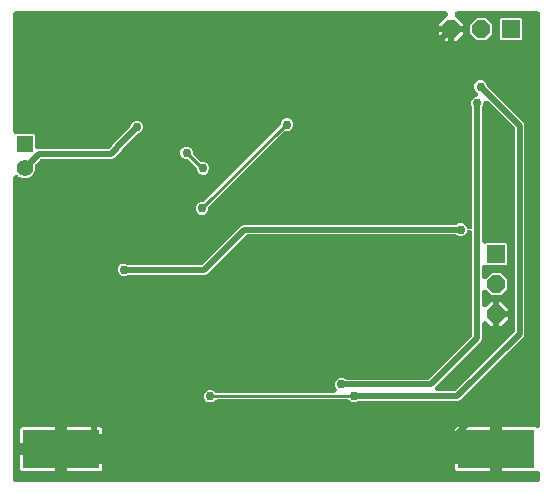
<source format=gbr>
G04 EAGLE Gerber RS-274X export*
G75*
%MOMM*%
%FSLAX34Y34*%
%LPD*%
%INBottom Copper*%
%IPPOS*%
%AMOC8*
5,1,8,0,0,1.08239X$1,22.5*%
G01*
%ADD10R,6.451600X3.251200*%
%ADD11R,1.524000X1.524000*%
%ADD12P,1.649562X8X202.500000*%
%ADD13R,1.422400X1.422400*%
%ADD14C,1.422400*%
%ADD15P,1.649562X8X292.500000*%
%ADD16C,0.756400*%
%ADD17C,0.508000*%
%ADD18C,2.540000*%
%ADD19C,0.254000*%

G36*
X453935Y10164D02*
X453935Y10164D01*
X453969Y10162D01*
X454158Y10184D01*
X454349Y10201D01*
X454382Y10210D01*
X454416Y10214D01*
X454599Y10269D01*
X454783Y10319D01*
X454814Y10334D01*
X454847Y10344D01*
X455018Y10431D01*
X455190Y10513D01*
X455218Y10533D01*
X455249Y10548D01*
X455401Y10664D01*
X455556Y10775D01*
X455580Y10800D01*
X455607Y10820D01*
X455736Y10960D01*
X455870Y11097D01*
X455889Y11126D01*
X455913Y11152D01*
X456015Y11313D01*
X456122Y11470D01*
X456136Y11502D01*
X456154Y11531D01*
X456227Y11708D01*
X456304Y11882D01*
X456312Y11916D01*
X456325Y11948D01*
X456365Y12135D01*
X456411Y12320D01*
X456413Y12354D01*
X456420Y12388D01*
X456439Y12700D01*
X456439Y17446D01*
X456437Y17469D01*
X456439Y17492D01*
X456417Y17693D01*
X456399Y17894D01*
X456393Y17917D01*
X456391Y17940D01*
X456334Y18134D01*
X456281Y18329D01*
X456271Y18350D01*
X456264Y18372D01*
X456174Y18553D01*
X456087Y18735D01*
X456074Y18754D01*
X456064Y18775D01*
X455943Y18938D01*
X455825Y19101D01*
X455809Y19118D01*
X455795Y19136D01*
X455648Y19274D01*
X455503Y19415D01*
X455483Y19428D01*
X455467Y19444D01*
X455297Y19554D01*
X455130Y19668D01*
X455108Y19677D01*
X455089Y19689D01*
X454903Y19768D01*
X454718Y19850D01*
X454695Y19855D01*
X454674Y19864D01*
X454477Y19908D01*
X454280Y19956D01*
X454257Y19958D01*
X454235Y19963D01*
X454033Y19972D01*
X453831Y19984D01*
X453808Y19981D01*
X453785Y19982D01*
X453585Y19956D01*
X453384Y19932D01*
X453361Y19925D01*
X453339Y19922D01*
X453147Y19861D01*
X452953Y19802D01*
X452932Y19791D01*
X452910Y19784D01*
X452630Y19645D01*
X452339Y19476D01*
X451693Y19303D01*
X424179Y19303D01*
X424179Y35560D01*
X424176Y35592D01*
X424178Y35622D01*
X424178Y35625D01*
X424178Y35629D01*
X424156Y35818D01*
X424139Y36008D01*
X424130Y36042D01*
X424126Y36076D01*
X424071Y36259D01*
X424021Y36443D01*
X424006Y36474D01*
X423996Y36507D01*
X423909Y36678D01*
X423827Y36849D01*
X423807Y36877D01*
X423791Y36908D01*
X423676Y37060D01*
X423565Y37215D01*
X423540Y37240D01*
X423519Y37267D01*
X423379Y37396D01*
X423243Y37530D01*
X423214Y37549D01*
X423188Y37572D01*
X423027Y37675D01*
X422869Y37782D01*
X422838Y37796D01*
X422809Y37814D01*
X422632Y37887D01*
X422458Y37964D01*
X422424Y37972D01*
X422392Y37985D01*
X422205Y38025D01*
X422020Y38070D01*
X421986Y38073D01*
X421952Y38080D01*
X421640Y38099D01*
X419099Y38099D01*
X419099Y38101D01*
X421640Y38101D01*
X421674Y38104D01*
X421709Y38102D01*
X421898Y38124D01*
X422088Y38141D01*
X422122Y38150D01*
X422156Y38154D01*
X422339Y38209D01*
X422523Y38259D01*
X422554Y38274D01*
X422587Y38284D01*
X422758Y38371D01*
X422929Y38453D01*
X422958Y38473D01*
X422988Y38489D01*
X423140Y38604D01*
X423296Y38715D01*
X423320Y38740D01*
X423347Y38761D01*
X423476Y38901D01*
X423610Y39037D01*
X423629Y39066D01*
X423652Y39092D01*
X423755Y39253D01*
X423862Y39411D01*
X423876Y39442D01*
X423894Y39471D01*
X423967Y39648D01*
X424044Y39822D01*
X424052Y39856D01*
X424065Y39888D01*
X424105Y40075D01*
X424151Y40260D01*
X424153Y40294D01*
X424160Y40328D01*
X424179Y40640D01*
X424179Y56897D01*
X451693Y56897D01*
X452339Y56724D01*
X452630Y56555D01*
X452651Y56545D01*
X452670Y56532D01*
X452856Y56450D01*
X453039Y56366D01*
X453061Y56360D01*
X453082Y56350D01*
X453279Y56302D01*
X453474Y56251D01*
X453497Y56249D01*
X453520Y56244D01*
X453721Y56231D01*
X453923Y56215D01*
X453946Y56217D01*
X453969Y56216D01*
X454170Y56239D01*
X454371Y56259D01*
X454393Y56265D01*
X454416Y56268D01*
X454610Y56327D01*
X454804Y56381D01*
X454825Y56392D01*
X454847Y56398D01*
X455028Y56490D01*
X455209Y56578D01*
X455228Y56592D01*
X455249Y56603D01*
X455409Y56724D01*
X455573Y56844D01*
X455589Y56861D01*
X455607Y56875D01*
X455744Y57023D01*
X455884Y57169D01*
X455897Y57189D01*
X455913Y57206D01*
X456021Y57376D01*
X456133Y57545D01*
X456142Y57566D01*
X456154Y57586D01*
X456231Y57772D01*
X456311Y57958D01*
X456317Y57981D01*
X456325Y58002D01*
X456368Y58200D01*
X456414Y58397D01*
X456415Y58420D01*
X456420Y58442D01*
X456439Y58754D01*
X456439Y406300D01*
X456437Y406328D01*
X456438Y406353D01*
X456438Y406358D01*
X456438Y406369D01*
X456416Y406558D01*
X456399Y406749D01*
X456390Y406782D01*
X456386Y406816D01*
X456331Y406999D01*
X456281Y407183D01*
X456266Y407214D01*
X456256Y407247D01*
X456169Y407418D01*
X456087Y407590D01*
X456067Y407618D01*
X456052Y407649D01*
X455936Y407801D01*
X455825Y407956D01*
X455800Y407980D01*
X455780Y408007D01*
X455640Y408136D01*
X455503Y408270D01*
X455474Y408289D01*
X455448Y408313D01*
X455287Y408415D01*
X455130Y408522D01*
X455098Y408536D01*
X455069Y408554D01*
X454892Y408627D01*
X454718Y408704D01*
X454684Y408712D01*
X454652Y408725D01*
X454465Y408765D01*
X454280Y408811D01*
X454246Y408813D01*
X454212Y408820D01*
X453900Y408839D01*
X386360Y408839D01*
X386231Y408828D01*
X386101Y408826D01*
X386007Y408808D01*
X385912Y408799D01*
X385786Y408765D01*
X385659Y408740D01*
X385570Y408706D01*
X385478Y408681D01*
X385360Y408625D01*
X385239Y408578D01*
X385157Y408528D01*
X385071Y408487D01*
X384965Y408412D01*
X384854Y408344D01*
X384783Y408281D01*
X384705Y408225D01*
X384614Y408132D01*
X384517Y408046D01*
X384458Y407971D01*
X384391Y407903D01*
X384318Y407795D01*
X384237Y407693D01*
X384192Y407609D01*
X384139Y407530D01*
X384086Y407411D01*
X384025Y407296D01*
X383995Y407205D01*
X383956Y407118D01*
X383926Y406991D01*
X383885Y406868D01*
X383872Y406773D01*
X383850Y406680D01*
X383842Y406551D01*
X383824Y406422D01*
X383828Y406326D01*
X383822Y406231D01*
X383837Y406102D01*
X383842Y405972D01*
X383863Y405879D01*
X383874Y405784D01*
X383912Y405659D01*
X383940Y405532D01*
X383977Y405444D01*
X384004Y405353D01*
X384064Y405237D01*
X384114Y405117D01*
X384165Y405037D01*
X384209Y404951D01*
X384287Y404848D01*
X384358Y404739D01*
X384444Y404641D01*
X384481Y404593D01*
X384494Y404581D01*
X384497Y404576D01*
X384520Y404556D01*
X384565Y404504D01*
X391161Y397909D01*
X391161Y396239D01*
X381000Y396239D01*
X370839Y396239D01*
X370839Y397909D01*
X377435Y404504D01*
X377519Y404604D01*
X377609Y404697D01*
X377663Y404777D01*
X377724Y404850D01*
X377789Y404963D01*
X377861Y405070D01*
X377900Y405158D01*
X377947Y405241D01*
X377991Y405363D01*
X378044Y405482D01*
X378066Y405575D01*
X378098Y405665D01*
X378119Y405793D01*
X378150Y405920D01*
X378156Y406015D01*
X378172Y406109D01*
X378170Y406239D01*
X378178Y406369D01*
X378167Y406464D01*
X378166Y406560D01*
X378141Y406687D01*
X378126Y406816D01*
X378098Y406908D01*
X378080Y407002D01*
X378033Y407123D01*
X377996Y407247D01*
X377952Y407332D01*
X377918Y407422D01*
X377850Y407533D01*
X377791Y407649D01*
X377733Y407725D01*
X377684Y407806D01*
X377598Y407904D01*
X377519Y408007D01*
X377449Y408072D01*
X377386Y408144D01*
X377284Y408224D01*
X377188Y408313D01*
X377107Y408364D01*
X377033Y408423D01*
X376918Y408484D01*
X376808Y408554D01*
X376720Y408591D01*
X376636Y408636D01*
X376512Y408676D01*
X376392Y408725D01*
X376298Y408745D01*
X376207Y408775D01*
X376079Y408793D01*
X375951Y408820D01*
X375822Y408828D01*
X375761Y408836D01*
X375716Y408835D01*
X375640Y408839D01*
X12700Y408839D01*
X12665Y408836D01*
X12631Y408838D01*
X12442Y408816D01*
X12251Y408799D01*
X12218Y408790D01*
X12184Y408786D01*
X12001Y408731D01*
X11817Y408681D01*
X11786Y408666D01*
X11753Y408656D01*
X11582Y408569D01*
X11410Y408487D01*
X11382Y408467D01*
X11351Y408452D01*
X11199Y408336D01*
X11044Y408225D01*
X11020Y408200D01*
X10993Y408180D01*
X10864Y408040D01*
X10730Y407903D01*
X10711Y407874D01*
X10687Y407848D01*
X10585Y407687D01*
X10478Y407530D01*
X10464Y407498D01*
X10446Y407469D01*
X10373Y407292D01*
X10296Y407118D01*
X10288Y407084D01*
X10275Y407052D01*
X10235Y406865D01*
X10189Y406680D01*
X10187Y406646D01*
X10180Y406612D01*
X10161Y406300D01*
X10161Y307376D01*
X10164Y307341D01*
X10162Y307307D01*
X10184Y307118D01*
X10201Y306927D01*
X10210Y306894D01*
X10214Y306860D01*
X10269Y306677D01*
X10319Y306493D01*
X10334Y306462D01*
X10344Y306429D01*
X10431Y306258D01*
X10513Y306086D01*
X10533Y306058D01*
X10548Y306027D01*
X10664Y305875D01*
X10775Y305720D01*
X10800Y305696D01*
X10820Y305669D01*
X10960Y305540D01*
X11097Y305406D01*
X11126Y305387D01*
X11152Y305363D01*
X11313Y305261D01*
X11470Y305154D01*
X11502Y305140D01*
X11531Y305122D01*
X11708Y305049D01*
X11882Y304972D01*
X11916Y304964D01*
X11948Y304951D01*
X12135Y304911D01*
X12320Y304865D01*
X12354Y304863D01*
X12388Y304856D01*
X12700Y304837D01*
X27644Y304837D01*
X28537Y303944D01*
X28537Y294758D01*
X28540Y294723D01*
X28538Y294689D01*
X28560Y294500D01*
X28577Y294309D01*
X28586Y294276D01*
X28590Y294242D01*
X28645Y294059D01*
X28695Y293875D01*
X28710Y293844D01*
X28720Y293811D01*
X28807Y293640D01*
X28889Y293468D01*
X28909Y293440D01*
X28924Y293409D01*
X29040Y293257D01*
X29151Y293102D01*
X29176Y293078D01*
X29196Y293051D01*
X29336Y292922D01*
X29473Y292788D01*
X29502Y292769D01*
X29528Y292745D01*
X29689Y292643D01*
X29846Y292536D01*
X29878Y292522D01*
X29907Y292504D01*
X30084Y292431D01*
X30258Y292354D01*
X30292Y292346D01*
X30324Y292333D01*
X30511Y292293D01*
X30696Y292247D01*
X30730Y292245D01*
X30764Y292238D01*
X31076Y292219D01*
X90514Y292219D01*
X90678Y292233D01*
X90843Y292240D01*
X90902Y292253D01*
X90963Y292259D01*
X91122Y292302D01*
X91282Y292338D01*
X91339Y292361D01*
X91397Y292377D01*
X91545Y292448D01*
X91698Y292511D01*
X91749Y292544D01*
X91804Y292571D01*
X91937Y292666D01*
X92076Y292756D01*
X92134Y292807D01*
X92170Y292833D01*
X92213Y292876D01*
X92310Y292962D01*
X93268Y293920D01*
X93343Y294010D01*
X93425Y294093D01*
X93487Y294182D01*
X93557Y294266D01*
X93615Y294367D01*
X93681Y294463D01*
X93749Y294602D01*
X93780Y294657D01*
X93792Y294691D01*
X93818Y294744D01*
X94400Y296148D01*
X108950Y310698D01*
X109055Y310824D01*
X109167Y310945D01*
X109199Y310996D01*
X109238Y311043D01*
X109320Y311186D01*
X109408Y311325D01*
X109432Y311381D01*
X109462Y311434D01*
X109517Y311589D01*
X109579Y311741D01*
X109592Y311801D01*
X109613Y311859D01*
X109613Y311862D01*
X110501Y314006D01*
X111994Y315499D01*
X113944Y316307D01*
X116056Y316307D01*
X118006Y315499D01*
X119499Y314006D01*
X120307Y312056D01*
X120307Y309944D01*
X119499Y307994D01*
X118006Y306501D01*
X115818Y305595D01*
X115726Y305574D01*
X115669Y305551D01*
X115611Y305535D01*
X115462Y305464D01*
X115310Y305401D01*
X115259Y305368D01*
X115204Y305341D01*
X115070Y305246D01*
X114932Y305156D01*
X114874Y305105D01*
X114838Y305079D01*
X114795Y305036D01*
X114698Y304950D01*
X102424Y292676D01*
X102349Y292586D01*
X102267Y292503D01*
X102205Y292414D01*
X102135Y292330D01*
X102077Y292229D01*
X102011Y292133D01*
X101943Y291994D01*
X101912Y291939D01*
X101900Y291905D01*
X101874Y291852D01*
X101292Y290448D01*
X95552Y284708D01*
X94058Y284089D01*
X34589Y284089D01*
X34426Y284075D01*
X34261Y284068D01*
X34202Y284055D01*
X34141Y284049D01*
X33982Y284006D01*
X33822Y283970D01*
X33765Y283947D01*
X33707Y283931D01*
X33558Y283860D01*
X33406Y283797D01*
X33355Y283764D01*
X33300Y283737D01*
X33166Y283642D01*
X33028Y283552D01*
X32970Y283501D01*
X32934Y283475D01*
X32891Y283432D01*
X32794Y283346D01*
X29280Y279832D01*
X29175Y279706D01*
X29063Y279585D01*
X29031Y279534D01*
X28992Y279487D01*
X28910Y279344D01*
X28822Y279205D01*
X28798Y279149D01*
X28768Y279096D01*
X28713Y278941D01*
X28651Y278789D01*
X28638Y278729D01*
X28617Y278671D01*
X28591Y278509D01*
X28556Y278348D01*
X28551Y278272D01*
X28544Y278227D01*
X28545Y278166D01*
X28537Y278037D01*
X28537Y274482D01*
X27222Y271308D01*
X24792Y268878D01*
X21618Y267563D01*
X18182Y267563D01*
X15008Y268878D01*
X14496Y269390D01*
X14396Y269474D01*
X14303Y269564D01*
X14223Y269618D01*
X14150Y269679D01*
X14037Y269744D01*
X13930Y269817D01*
X13842Y269855D01*
X13759Y269903D01*
X13637Y269946D01*
X13518Y269999D01*
X13425Y270021D01*
X13335Y270053D01*
X13207Y270075D01*
X13080Y270105D01*
X12985Y270111D01*
X12891Y270127D01*
X12761Y270125D01*
X12631Y270133D01*
X12536Y270122D01*
X12441Y270121D01*
X12313Y270096D01*
X12184Y270081D01*
X12092Y270053D01*
X11998Y270035D01*
X11877Y269988D01*
X11753Y269951D01*
X11668Y269907D01*
X11578Y269873D01*
X11467Y269805D01*
X11351Y269746D01*
X11275Y269689D01*
X11194Y269639D01*
X11096Y269553D01*
X10993Y269474D01*
X10928Y269404D01*
X10856Y269341D01*
X10776Y269239D01*
X10687Y269143D01*
X10636Y269063D01*
X10577Y268988D01*
X10516Y268873D01*
X10446Y268763D01*
X10409Y268675D01*
X10364Y268591D01*
X10324Y268467D01*
X10275Y268347D01*
X10255Y268253D01*
X10225Y268163D01*
X10207Y268034D01*
X10180Y267907D01*
X10172Y267777D01*
X10164Y267717D01*
X10165Y267672D01*
X10161Y267595D01*
X10161Y12700D01*
X10164Y12665D01*
X10162Y12631D01*
X10184Y12442D01*
X10201Y12251D01*
X10210Y12218D01*
X10214Y12184D01*
X10269Y12001D01*
X10319Y11817D01*
X10334Y11786D01*
X10344Y11753D01*
X10431Y11582D01*
X10513Y11410D01*
X10533Y11382D01*
X10548Y11351D01*
X10664Y11199D01*
X10775Y11044D01*
X10800Y11020D01*
X10820Y10993D01*
X10960Y10864D01*
X11097Y10730D01*
X11126Y10711D01*
X11152Y10687D01*
X11313Y10585D01*
X11470Y10478D01*
X11502Y10464D01*
X11531Y10446D01*
X11708Y10373D01*
X11882Y10296D01*
X11916Y10288D01*
X11948Y10275D01*
X12135Y10235D01*
X12320Y10189D01*
X12354Y10187D01*
X12388Y10180D01*
X12700Y10161D01*
X453900Y10161D01*
X453935Y10164D01*
G37*
%LPC*%
G36*
X175944Y77693D02*
X175944Y77693D01*
X173994Y78501D01*
X172501Y79994D01*
X171693Y81944D01*
X171693Y84056D01*
X172501Y86006D01*
X173994Y87499D01*
X175944Y88307D01*
X178056Y88307D01*
X180006Y87499D01*
X180966Y86538D01*
X181093Y86433D01*
X181213Y86321D01*
X181265Y86289D01*
X181312Y86250D01*
X181454Y86168D01*
X181593Y86080D01*
X181650Y86056D01*
X181703Y86026D01*
X181858Y85971D01*
X182010Y85909D01*
X182069Y85896D01*
X182127Y85875D01*
X182289Y85849D01*
X182450Y85814D01*
X182527Y85809D01*
X182571Y85802D01*
X182632Y85803D01*
X182762Y85795D01*
X281570Y85795D01*
X281700Y85806D01*
X281830Y85808D01*
X281923Y85826D01*
X282019Y85835D01*
X282144Y85869D01*
X282272Y85894D01*
X282361Y85928D01*
X282453Y85953D01*
X282570Y86009D01*
X282692Y86056D01*
X282774Y86106D01*
X282860Y86147D01*
X282965Y86222D01*
X283077Y86290D01*
X283148Y86353D01*
X283226Y86409D01*
X283317Y86502D01*
X283414Y86588D01*
X283473Y86663D01*
X283540Y86731D01*
X283613Y86839D01*
X283693Y86941D01*
X283738Y87025D01*
X283792Y87104D01*
X283845Y87223D01*
X283906Y87338D01*
X283935Y87429D01*
X283974Y87516D01*
X284005Y87643D01*
X284045Y87766D01*
X284058Y87861D01*
X284081Y87954D01*
X284089Y88083D01*
X284106Y88212D01*
X284103Y88308D01*
X284108Y88403D01*
X284093Y88532D01*
X284088Y88662D01*
X284067Y88755D01*
X284056Y88850D01*
X284019Y88975D01*
X283991Y89102D01*
X283954Y89190D01*
X283926Y89281D01*
X283867Y89397D01*
X283817Y89517D01*
X283765Y89598D01*
X283722Y89683D01*
X283643Y89786D01*
X283573Y89896D01*
X283515Y89961D01*
X282693Y91944D01*
X282693Y94056D01*
X283501Y96006D01*
X284994Y97499D01*
X286944Y98307D01*
X289056Y98307D01*
X291243Y97401D01*
X291323Y97350D01*
X291380Y97326D01*
X291433Y97296D01*
X291588Y97241D01*
X291740Y97179D01*
X291799Y97166D01*
X291857Y97145D01*
X292019Y97119D01*
X292180Y97084D01*
X292257Y97079D01*
X292301Y97072D01*
X292362Y97073D01*
X292492Y97065D01*
X361265Y97065D01*
X361428Y97079D01*
X361593Y97086D01*
X361652Y97099D01*
X361713Y97105D01*
X361872Y97148D01*
X362032Y97184D01*
X362089Y97207D01*
X362147Y97223D01*
X362296Y97294D01*
X362448Y97357D01*
X362499Y97390D01*
X362554Y97417D01*
X362688Y97512D01*
X362826Y97602D01*
X362884Y97653D01*
X362920Y97679D01*
X362963Y97722D01*
X363060Y97808D01*
X398192Y132940D01*
X398297Y133066D01*
X398409Y133187D01*
X398441Y133238D01*
X398480Y133285D01*
X398562Y133428D01*
X398650Y133567D01*
X398674Y133623D01*
X398704Y133676D01*
X398759Y133831D01*
X398821Y133983D01*
X398834Y134043D01*
X398855Y134101D01*
X398881Y134263D01*
X398916Y134424D01*
X398921Y134500D01*
X398928Y134545D01*
X398927Y134606D01*
X398935Y134735D01*
X398935Y221353D01*
X398920Y221530D01*
X398910Y221707D01*
X398900Y221754D01*
X398895Y221802D01*
X398849Y221973D01*
X398808Y222146D01*
X398789Y222190D01*
X398777Y222236D01*
X398701Y222396D01*
X398630Y222560D01*
X398604Y222600D01*
X398583Y222643D01*
X398480Y222787D01*
X398382Y222935D01*
X398349Y222970D01*
X398321Y223009D01*
X398194Y223133D01*
X398071Y223261D01*
X398033Y223289D01*
X397999Y223323D01*
X397851Y223422D01*
X397708Y223527D01*
X397665Y223548D01*
X397626Y223575D01*
X397463Y223647D01*
X397304Y223725D01*
X397258Y223738D01*
X397214Y223757D01*
X397041Y223799D01*
X396870Y223848D01*
X396823Y223852D01*
X396776Y223864D01*
X396599Y223875D01*
X396422Y223892D01*
X396375Y223888D01*
X396327Y223891D01*
X396150Y223871D01*
X395973Y223857D01*
X395927Y223845D01*
X395880Y223839D01*
X395709Y223788D01*
X395538Y223743D01*
X395495Y223723D01*
X395449Y223709D01*
X395290Y223628D01*
X395129Y223554D01*
X395090Y223526D01*
X395047Y223505D01*
X394906Y223397D01*
X394760Y223295D01*
X394727Y223262D01*
X394689Y223233D01*
X394568Y223102D01*
X394443Y222976D01*
X394416Y222937D01*
X394384Y222902D01*
X394288Y222751D01*
X394187Y222606D01*
X394161Y222552D01*
X394142Y222522D01*
X394118Y222463D01*
X394050Y222325D01*
X393499Y220994D01*
X392006Y219501D01*
X390056Y218693D01*
X387944Y218693D01*
X385757Y219599D01*
X385677Y219650D01*
X385621Y219673D01*
X385568Y219703D01*
X385413Y219759D01*
X385260Y219821D01*
X385201Y219834D01*
X385144Y219854D01*
X384981Y219881D01*
X384820Y219916D01*
X384743Y219921D01*
X384700Y219928D01*
X384639Y219927D01*
X384508Y219935D01*
X208735Y219935D01*
X208572Y219921D01*
X208407Y219914D01*
X208348Y219901D01*
X208287Y219895D01*
X208128Y219852D01*
X207968Y219816D01*
X207911Y219793D01*
X207853Y219777D01*
X207704Y219706D01*
X207552Y219643D01*
X207501Y219610D01*
X207446Y219583D01*
X207312Y219488D01*
X207174Y219398D01*
X207116Y219347D01*
X207080Y219321D01*
X207037Y219278D01*
X206940Y219192D01*
X174302Y186554D01*
X172809Y185935D01*
X108492Y185935D01*
X108328Y185921D01*
X108164Y185914D01*
X108104Y185901D01*
X108043Y185895D01*
X107885Y185852D01*
X107724Y185816D01*
X107668Y185793D01*
X107609Y185777D01*
X107461Y185706D01*
X107309Y185643D01*
X107257Y185610D01*
X107202Y185583D01*
X107199Y185581D01*
X105056Y184693D01*
X102944Y184693D01*
X100994Y185501D01*
X99501Y186994D01*
X98693Y188944D01*
X98693Y191056D01*
X99501Y193006D01*
X100994Y194499D01*
X102944Y195307D01*
X105056Y195307D01*
X107243Y194401D01*
X107323Y194350D01*
X107380Y194326D01*
X107433Y194296D01*
X107588Y194241D01*
X107740Y194179D01*
X107799Y194166D01*
X107857Y194145D01*
X108019Y194119D01*
X108180Y194084D01*
X108257Y194079D01*
X108301Y194072D01*
X108362Y194073D01*
X108492Y194065D01*
X169265Y194065D01*
X169428Y194079D01*
X169593Y194086D01*
X169652Y194099D01*
X169713Y194105D01*
X169872Y194148D01*
X170032Y194184D01*
X170089Y194207D01*
X170147Y194223D01*
X170296Y194294D01*
X170448Y194357D01*
X170499Y194390D01*
X170554Y194417D01*
X170688Y194512D01*
X170826Y194602D01*
X170884Y194653D01*
X170920Y194679D01*
X170963Y194722D01*
X171060Y194808D01*
X203698Y227446D01*
X205191Y228065D01*
X384508Y228065D01*
X384673Y228079D01*
X384837Y228086D01*
X384896Y228099D01*
X384957Y228105D01*
X385116Y228148D01*
X385277Y228184D01*
X385333Y228207D01*
X385391Y228223D01*
X385540Y228294D01*
X385692Y228358D01*
X385743Y228391D01*
X385798Y228417D01*
X385801Y228419D01*
X387944Y229307D01*
X390056Y229307D01*
X392006Y228499D01*
X393499Y227006D01*
X394050Y225675D01*
X394132Y225518D01*
X394209Y225357D01*
X394236Y225319D01*
X394259Y225276D01*
X394367Y225136D01*
X394471Y224991D01*
X394505Y224958D01*
X394534Y224920D01*
X394666Y224801D01*
X394793Y224677D01*
X394833Y224651D01*
X394869Y224618D01*
X395019Y224525D01*
X395166Y224425D01*
X395210Y224406D01*
X395251Y224381D01*
X395416Y224315D01*
X395578Y224243D01*
X395625Y224232D01*
X395669Y224214D01*
X395843Y224178D01*
X396016Y224136D01*
X396063Y224133D01*
X396110Y224124D01*
X396288Y224120D01*
X396465Y224109D01*
X396513Y224114D01*
X396560Y224113D01*
X396736Y224140D01*
X396912Y224161D01*
X396958Y224175D01*
X397005Y224182D01*
X397173Y224240D01*
X397343Y224291D01*
X397386Y224313D01*
X397431Y224328D01*
X397587Y224415D01*
X397745Y224495D01*
X397783Y224524D01*
X397824Y224548D01*
X397962Y224660D01*
X398103Y224767D01*
X398136Y224803D01*
X398173Y224833D01*
X398288Y224968D01*
X398409Y225098D01*
X398434Y225139D01*
X398465Y225175D01*
X398555Y225328D01*
X398650Y225478D01*
X398669Y225523D01*
X398693Y225564D01*
X398754Y225730D01*
X398821Y225895D01*
X398831Y225942D01*
X398848Y225986D01*
X398879Y226161D01*
X398916Y226335D01*
X398920Y226394D01*
X398926Y226430D01*
X398926Y226493D01*
X398935Y226647D01*
X398935Y326508D01*
X398921Y326672D01*
X398914Y326836D01*
X398901Y326896D01*
X398895Y326957D01*
X398852Y327115D01*
X398816Y327276D01*
X398793Y327332D01*
X398777Y327391D01*
X398706Y327539D01*
X398643Y327691D01*
X398610Y327743D01*
X398583Y327798D01*
X398581Y327801D01*
X397693Y329944D01*
X397693Y332056D01*
X398501Y334006D01*
X399994Y335499D01*
X402142Y336388D01*
X402215Y336426D01*
X402291Y336456D01*
X402414Y336531D01*
X402541Y336597D01*
X402606Y336647D01*
X402676Y336690D01*
X402783Y336785D01*
X402897Y336873D01*
X402952Y336934D01*
X403014Y336988D01*
X403102Y337101D01*
X403198Y337207D01*
X403242Y337277D01*
X403293Y337341D01*
X403361Y337468D01*
X403436Y337589D01*
X403467Y337666D01*
X403506Y337738D01*
X403550Y337874D01*
X403603Y338007D01*
X403619Y338088D01*
X403645Y338167D01*
X403664Y338308D01*
X403693Y338449D01*
X403695Y338531D01*
X403706Y338613D01*
X403700Y338756D01*
X403704Y338899D01*
X403691Y338980D01*
X403688Y339062D01*
X403657Y339202D01*
X403635Y339344D01*
X403608Y339422D01*
X403590Y339502D01*
X403535Y339634D01*
X403488Y339769D01*
X403448Y339841D01*
X403417Y339917D01*
X403339Y340038D01*
X403269Y340163D01*
X403217Y340226D01*
X403172Y340296D01*
X403009Y340481D01*
X402984Y340511D01*
X402976Y340518D01*
X402965Y340530D01*
X401501Y341994D01*
X400693Y343944D01*
X400693Y346056D01*
X401501Y348006D01*
X402994Y349499D01*
X404944Y350307D01*
X407056Y350307D01*
X409006Y349499D01*
X410499Y348006D01*
X411405Y345818D01*
X411426Y345726D01*
X411449Y345669D01*
X411465Y345611D01*
X411536Y345462D01*
X411599Y345310D01*
X411632Y345259D01*
X411659Y345204D01*
X411754Y345070D01*
X411844Y344932D01*
X411895Y344874D01*
X411921Y344838D01*
X411964Y344795D01*
X412050Y344698D01*
X442446Y314302D01*
X443065Y312809D01*
X443065Y135191D01*
X442446Y133698D01*
X388302Y79554D01*
X386809Y78935D01*
X303492Y78935D01*
X303328Y78921D01*
X303164Y78914D01*
X303104Y78901D01*
X303043Y78895D01*
X302885Y78852D01*
X302724Y78816D01*
X302668Y78793D01*
X302609Y78777D01*
X302461Y78706D01*
X302309Y78643D01*
X302257Y78610D01*
X302202Y78583D01*
X302199Y78581D01*
X300056Y77693D01*
X297944Y77693D01*
X295994Y78501D01*
X295034Y79462D01*
X294907Y79567D01*
X294787Y79679D01*
X294735Y79711D01*
X294688Y79750D01*
X294546Y79832D01*
X294407Y79920D01*
X294350Y79944D01*
X294297Y79974D01*
X294142Y80029D01*
X293990Y80091D01*
X293931Y80104D01*
X293873Y80125D01*
X293711Y80151D01*
X293550Y80186D01*
X293473Y80191D01*
X293429Y80198D01*
X293368Y80197D01*
X293238Y80205D01*
X182762Y80205D01*
X182598Y80191D01*
X182434Y80184D01*
X182374Y80171D01*
X182313Y80165D01*
X182155Y80122D01*
X181994Y80086D01*
X181938Y80063D01*
X181879Y80047D01*
X181731Y79976D01*
X181579Y79913D01*
X181527Y79880D01*
X181472Y79853D01*
X181339Y79758D01*
X181201Y79668D01*
X181143Y79617D01*
X181106Y79591D01*
X181064Y79548D01*
X180966Y79462D01*
X180006Y78501D01*
X178056Y77693D01*
X175944Y77693D01*
G37*
%LPD*%
G36*
X383428Y87079D02*
X383428Y87079D01*
X383593Y87086D01*
X383652Y87099D01*
X383713Y87105D01*
X383872Y87148D01*
X384032Y87184D01*
X384089Y87207D01*
X384147Y87223D01*
X384296Y87294D01*
X384448Y87357D01*
X384499Y87390D01*
X384554Y87417D01*
X384688Y87512D01*
X384826Y87602D01*
X384884Y87653D01*
X384920Y87679D01*
X384963Y87722D01*
X385060Y87808D01*
X434192Y136940D01*
X434297Y137066D01*
X434409Y137187D01*
X434441Y137238D01*
X434480Y137285D01*
X434562Y137428D01*
X434650Y137567D01*
X434674Y137623D01*
X434704Y137676D01*
X434759Y137831D01*
X434821Y137983D01*
X434834Y138043D01*
X434855Y138101D01*
X434881Y138263D01*
X434916Y138424D01*
X434921Y138500D01*
X434928Y138545D01*
X434927Y138606D01*
X434935Y138735D01*
X434935Y309265D01*
X434921Y309428D01*
X434914Y309593D01*
X434901Y309652D01*
X434895Y309713D01*
X434852Y309872D01*
X434816Y310032D01*
X434793Y310089D01*
X434777Y310147D01*
X434706Y310296D01*
X434643Y310448D01*
X434610Y310499D01*
X434583Y310554D01*
X434488Y310687D01*
X434398Y310826D01*
X434347Y310884D01*
X434321Y310920D01*
X434278Y310963D01*
X434192Y311060D01*
X412642Y332610D01*
X412542Y332694D01*
X412449Y332784D01*
X412369Y332838D01*
X412296Y332899D01*
X412183Y332964D01*
X412076Y333036D01*
X411988Y333075D01*
X411905Y333122D01*
X411783Y333166D01*
X411664Y333219D01*
X411571Y333241D01*
X411481Y333273D01*
X411352Y333294D01*
X411226Y333325D01*
X411131Y333331D01*
X411037Y333347D01*
X410906Y333345D01*
X410777Y333353D01*
X410682Y333342D01*
X410586Y333341D01*
X410459Y333316D01*
X410330Y333301D01*
X410238Y333273D01*
X410144Y333255D01*
X410023Y333208D01*
X409899Y333171D01*
X409814Y333127D01*
X409724Y333093D01*
X409613Y333025D01*
X409497Y332966D01*
X409421Y332909D01*
X409340Y332859D01*
X409242Y332773D01*
X409139Y332694D01*
X409074Y332624D01*
X409002Y332561D01*
X408922Y332459D01*
X408833Y332363D01*
X408782Y332282D01*
X408723Y332208D01*
X408662Y332093D01*
X408592Y331983D01*
X408555Y331895D01*
X408510Y331811D01*
X408470Y331687D01*
X408421Y331567D01*
X408401Y331473D01*
X408371Y331382D01*
X408353Y331254D01*
X408326Y331127D01*
X408318Y330997D01*
X408310Y330936D01*
X408311Y330892D01*
X408307Y330815D01*
X408307Y329944D01*
X407401Y327757D01*
X407350Y327677D01*
X407326Y327620D01*
X407296Y327567D01*
X407241Y327412D01*
X407179Y327260D01*
X407166Y327201D01*
X407145Y327143D01*
X407119Y326981D01*
X407084Y326820D01*
X407079Y326743D01*
X407072Y326699D01*
X407073Y326638D01*
X407065Y326508D01*
X407065Y214691D01*
X407076Y214562D01*
X407078Y214432D01*
X407096Y214338D01*
X407105Y214243D01*
X407139Y214117D01*
X407164Y213990D01*
X407198Y213900D01*
X407223Y213808D01*
X407279Y213691D01*
X407326Y213570D01*
X407376Y213488D01*
X407417Y213402D01*
X407492Y213296D01*
X407560Y213185D01*
X407623Y213113D01*
X407679Y213036D01*
X407772Y212945D01*
X407858Y212847D01*
X407933Y212788D01*
X408001Y212722D01*
X408109Y212649D01*
X408211Y212568D01*
X408295Y212523D01*
X408374Y212470D01*
X408494Y212417D01*
X408608Y212355D01*
X408699Y212326D01*
X408786Y212287D01*
X408913Y212257D01*
X409036Y212216D01*
X409131Y212203D01*
X409224Y212181D01*
X409353Y212173D01*
X409482Y212155D01*
X409578Y212159D01*
X409673Y212153D01*
X409802Y212168D01*
X409932Y212173D01*
X410025Y212194D01*
X410120Y212205D01*
X410245Y212243D01*
X410372Y212271D01*
X410460Y212308D01*
X410551Y212335D01*
X410570Y212345D01*
X427352Y212345D01*
X428245Y211452D01*
X428245Y194948D01*
X427352Y194055D01*
X410554Y194055D01*
X410541Y194060D01*
X410422Y194113D01*
X410329Y194135D01*
X410239Y194167D01*
X410111Y194188D01*
X409984Y194219D01*
X409889Y194225D01*
X409795Y194241D01*
X409665Y194239D01*
X409535Y194247D01*
X409440Y194236D01*
X409345Y194235D01*
X409217Y194210D01*
X409088Y194195D01*
X408996Y194167D01*
X408903Y194149D01*
X408781Y194102D01*
X408657Y194065D01*
X408572Y194021D01*
X408483Y193987D01*
X408371Y193919D01*
X408255Y193860D01*
X408179Y193803D01*
X408098Y193753D01*
X408000Y193667D01*
X407897Y193588D01*
X407832Y193518D01*
X407760Y193455D01*
X407680Y193353D01*
X407591Y193257D01*
X407540Y193177D01*
X407481Y193102D01*
X407420Y192987D01*
X407350Y192877D01*
X407313Y192789D01*
X407268Y192705D01*
X407228Y192581D01*
X407179Y192461D01*
X407159Y192368D01*
X407129Y192277D01*
X407111Y192148D01*
X407084Y192021D01*
X407076Y191891D01*
X407068Y191831D01*
X407069Y191786D01*
X407065Y191709D01*
X407065Y184828D01*
X407076Y184698D01*
X407078Y184568D01*
X407096Y184474D01*
X407105Y184379D01*
X407139Y184254D01*
X407164Y184126D01*
X407198Y184037D01*
X407223Y183945D01*
X407279Y183828D01*
X407326Y183706D01*
X407376Y183624D01*
X407417Y183538D01*
X407492Y183433D01*
X407560Y183321D01*
X407623Y183250D01*
X407679Y183172D01*
X407772Y183081D01*
X407858Y182984D01*
X407933Y182925D01*
X408001Y182858D01*
X408109Y182785D01*
X408211Y182705D01*
X408295Y182659D01*
X408374Y182606D01*
X408493Y182553D01*
X408608Y182492D01*
X408699Y182462D01*
X408786Y182424D01*
X408913Y182393D01*
X409036Y182353D01*
X409131Y182340D01*
X409224Y182317D01*
X409353Y182309D01*
X409482Y182291D01*
X409578Y182295D01*
X409673Y182289D01*
X409802Y182304D01*
X409932Y182310D01*
X410025Y182330D01*
X410120Y182341D01*
X410245Y182379D01*
X410372Y182407D01*
X410460Y182444D01*
X410551Y182472D01*
X410667Y182531D01*
X410787Y182581D01*
X410867Y182633D01*
X410953Y182676D01*
X411056Y182755D01*
X411165Y182825D01*
X411263Y182911D01*
X411311Y182948D01*
X411342Y182981D01*
X411400Y183032D01*
X415312Y186945D01*
X422888Y186945D01*
X428245Y181588D01*
X428245Y174012D01*
X422888Y168655D01*
X415312Y168655D01*
X411400Y172568D01*
X411300Y172651D01*
X411207Y172742D01*
X411127Y172796D01*
X411054Y172857D01*
X410941Y172921D01*
X410834Y172994D01*
X410746Y173033D01*
X410663Y173080D01*
X410541Y173124D01*
X410422Y173176D01*
X410329Y173199D01*
X410239Y173231D01*
X410111Y173252D01*
X409984Y173283D01*
X409889Y173289D01*
X409795Y173304D01*
X409665Y173303D01*
X409535Y173311D01*
X409440Y173300D01*
X409344Y173298D01*
X409217Y173274D01*
X409088Y173259D01*
X408996Y173231D01*
X408902Y173213D01*
X408781Y173166D01*
X408657Y173128D01*
X408572Y173085D01*
X408482Y173051D01*
X408371Y172983D01*
X408255Y172924D01*
X408179Y172866D01*
X408098Y172817D01*
X408000Y172730D01*
X407897Y172652D01*
X407832Y172582D01*
X407760Y172518D01*
X407680Y172416D01*
X407591Y172321D01*
X407540Y172240D01*
X407481Y172165D01*
X407420Y172051D01*
X407350Y171941D01*
X407313Y171853D01*
X407268Y171768D01*
X407228Y171645D01*
X407179Y171524D01*
X407159Y171431D01*
X407129Y171340D01*
X407111Y171212D01*
X407084Y171084D01*
X407076Y170955D01*
X407068Y170894D01*
X407069Y170849D01*
X407065Y170772D01*
X407065Y160864D01*
X407076Y160735D01*
X407078Y160605D01*
X407096Y160511D01*
X407105Y160416D01*
X407139Y160290D01*
X407164Y160163D01*
X407198Y160074D01*
X407223Y159982D01*
X407279Y159864D01*
X407326Y159743D01*
X407376Y159661D01*
X407417Y159575D01*
X407492Y159469D01*
X407560Y159358D01*
X407623Y159287D01*
X407679Y159209D01*
X407772Y159118D01*
X407858Y159021D01*
X407933Y158961D01*
X408001Y158895D01*
X408109Y158822D01*
X408211Y158741D01*
X408295Y158696D01*
X408374Y158643D01*
X408493Y158590D01*
X408608Y158529D01*
X408699Y158499D01*
X408786Y158460D01*
X408913Y158430D01*
X409036Y158389D01*
X409131Y158376D01*
X409224Y158354D01*
X409353Y158346D01*
X409482Y158328D01*
X409578Y158332D01*
X409673Y158326D01*
X409802Y158341D01*
X409932Y158346D01*
X410025Y158367D01*
X410120Y158378D01*
X410245Y158416D01*
X410372Y158444D01*
X410460Y158481D01*
X410551Y158508D01*
X410667Y158568D01*
X410787Y158618D01*
X410867Y158669D01*
X410953Y158713D01*
X411056Y158791D01*
X411165Y158862D01*
X411263Y158948D01*
X411311Y158985D01*
X411342Y159018D01*
X411400Y159069D01*
X414891Y162561D01*
X416561Y162561D01*
X416561Y152400D01*
X416561Y142239D01*
X414891Y142239D01*
X411400Y145731D01*
X411300Y145814D01*
X411207Y145905D01*
X411127Y145959D01*
X411054Y146020D01*
X410941Y146084D01*
X410834Y146157D01*
X410746Y146196D01*
X410663Y146243D01*
X410541Y146287D01*
X410422Y146340D01*
X410329Y146362D01*
X410239Y146394D01*
X410111Y146415D01*
X409984Y146446D01*
X409889Y146452D01*
X409795Y146468D01*
X409665Y146466D01*
X409535Y146474D01*
X409440Y146463D01*
X409344Y146462D01*
X409217Y146437D01*
X409088Y146422D01*
X408996Y146394D01*
X408902Y146376D01*
X408781Y146329D01*
X408657Y146292D01*
X408571Y146248D01*
X408482Y146214D01*
X408371Y146146D01*
X408255Y146087D01*
X408179Y146029D01*
X408098Y145980D01*
X408000Y145894D01*
X407897Y145815D01*
X407832Y145745D01*
X407760Y145682D01*
X407680Y145580D01*
X407591Y145484D01*
X407540Y145403D01*
X407481Y145329D01*
X407420Y145214D01*
X407350Y145104D01*
X407313Y145016D01*
X407268Y144932D01*
X407228Y144808D01*
X407179Y144688D01*
X407159Y144594D01*
X407129Y144503D01*
X407111Y144375D01*
X407084Y144247D01*
X407076Y144118D01*
X407068Y144057D01*
X407069Y144012D01*
X407065Y143936D01*
X407065Y131191D01*
X406446Y129698D01*
X368148Y91400D01*
X368064Y91300D01*
X367974Y91207D01*
X367920Y91127D01*
X367859Y91054D01*
X367794Y90941D01*
X367722Y90834D01*
X367683Y90746D01*
X367636Y90663D01*
X367592Y90541D01*
X367539Y90422D01*
X367517Y90329D01*
X367485Y90239D01*
X367464Y90110D01*
X367433Y89984D01*
X367427Y89889D01*
X367411Y89795D01*
X367413Y89664D01*
X367405Y89535D01*
X367416Y89440D01*
X367417Y89344D01*
X367442Y89217D01*
X367457Y89088D01*
X367485Y88996D01*
X367503Y88902D01*
X367550Y88781D01*
X367587Y88657D01*
X367631Y88572D01*
X367665Y88482D01*
X367733Y88371D01*
X367792Y88255D01*
X367849Y88179D01*
X367899Y88098D01*
X367985Y88000D01*
X368064Y87897D01*
X368134Y87832D01*
X368197Y87760D01*
X368299Y87680D01*
X368395Y87591D01*
X368476Y87540D01*
X368550Y87481D01*
X368665Y87420D01*
X368775Y87350D01*
X368863Y87313D01*
X368947Y87268D01*
X369071Y87228D01*
X369191Y87179D01*
X369285Y87159D01*
X369376Y87129D01*
X369504Y87111D01*
X369631Y87084D01*
X369761Y87076D01*
X369822Y87068D01*
X369866Y87069D01*
X369943Y87065D01*
X383265Y87065D01*
X383428Y87079D01*
G37*
%LPC*%
G36*
X168944Y236693D02*
X168944Y236693D01*
X166994Y237501D01*
X165501Y238994D01*
X164693Y240944D01*
X164693Y243056D01*
X165501Y245006D01*
X166994Y246499D01*
X168944Y247307D01*
X170303Y247307D01*
X170466Y247321D01*
X170631Y247328D01*
X170690Y247341D01*
X170751Y247347D01*
X170910Y247390D01*
X171070Y247426D01*
X171127Y247449D01*
X171185Y247465D01*
X171334Y247536D01*
X171486Y247599D01*
X171537Y247632D01*
X171592Y247659D01*
X171726Y247754D01*
X171864Y247844D01*
X171922Y247895D01*
X171958Y247921D01*
X172001Y247964D01*
X172098Y248050D01*
X235950Y311902D01*
X236055Y312028D01*
X236167Y312149D01*
X236199Y312200D01*
X236238Y312247D01*
X236320Y312390D01*
X236408Y312529D01*
X236432Y312585D01*
X236462Y312638D01*
X236517Y312793D01*
X236579Y312945D01*
X236592Y313005D01*
X236613Y313062D01*
X236639Y313225D01*
X236674Y313386D01*
X236679Y313462D01*
X236686Y313507D01*
X236685Y313568D01*
X236693Y313697D01*
X236693Y314056D01*
X237501Y316006D01*
X238994Y317499D01*
X240944Y318307D01*
X243056Y318307D01*
X245006Y317499D01*
X246499Y316006D01*
X247307Y314056D01*
X247307Y311944D01*
X246499Y309994D01*
X245006Y308501D01*
X243056Y307693D01*
X240697Y307693D01*
X240534Y307679D01*
X240369Y307672D01*
X240310Y307659D01*
X240249Y307653D01*
X240090Y307610D01*
X239930Y307574D01*
X239873Y307551D01*
X239815Y307535D01*
X239666Y307464D01*
X239514Y307401D01*
X239463Y307368D01*
X239408Y307341D01*
X239274Y307246D01*
X239136Y307156D01*
X239078Y307105D01*
X239042Y307079D01*
X238999Y307036D01*
X238902Y306950D01*
X176050Y244098D01*
X175945Y243972D01*
X175833Y243851D01*
X175801Y243800D01*
X175762Y243753D01*
X175680Y243610D01*
X175592Y243471D01*
X175568Y243415D01*
X175538Y243362D01*
X175483Y243207D01*
X175421Y243055D01*
X175408Y242995D01*
X175387Y242938D01*
X175361Y242775D01*
X175326Y242614D01*
X175321Y242538D01*
X175314Y242493D01*
X175315Y242432D01*
X175307Y242303D01*
X175307Y240944D01*
X174499Y238994D01*
X173006Y237501D01*
X171056Y236693D01*
X168944Y236693D01*
G37*
%LPD*%
%LPC*%
G36*
X384301Y43179D02*
X384301Y43179D01*
X384301Y54691D01*
X384474Y55337D01*
X384809Y55916D01*
X385282Y56389D01*
X385861Y56724D01*
X386507Y56897D01*
X414021Y56897D01*
X414021Y43179D01*
X384301Y43179D01*
G37*
%LPD*%
%LPC*%
G36*
X16001Y43179D02*
X16001Y43179D01*
X16001Y54691D01*
X16174Y55337D01*
X16509Y55916D01*
X16982Y56389D01*
X17561Y56724D01*
X18207Y56897D01*
X45721Y56897D01*
X45721Y43179D01*
X16001Y43179D01*
G37*
%LPD*%
%LPC*%
G36*
X55879Y43179D02*
X55879Y43179D01*
X55879Y56897D01*
X83393Y56897D01*
X84039Y56724D01*
X84618Y56389D01*
X85091Y55916D01*
X85426Y55337D01*
X85599Y54691D01*
X85599Y43179D01*
X55879Y43179D01*
G37*
%LPD*%
%LPC*%
G36*
X55879Y19303D02*
X55879Y19303D01*
X55879Y33021D01*
X85599Y33021D01*
X85599Y21509D01*
X85426Y20863D01*
X85091Y20284D01*
X84618Y19811D01*
X84039Y19476D01*
X83393Y19303D01*
X55879Y19303D01*
G37*
%LPD*%
%LPC*%
G36*
X18207Y19303D02*
X18207Y19303D01*
X17561Y19476D01*
X16982Y19811D01*
X16509Y20284D01*
X16174Y20863D01*
X16001Y21509D01*
X16001Y33021D01*
X45721Y33021D01*
X45721Y19303D01*
X18207Y19303D01*
G37*
%LPD*%
%LPC*%
G36*
X386507Y19303D02*
X386507Y19303D01*
X385861Y19476D01*
X385282Y19811D01*
X384809Y20284D01*
X384474Y20863D01*
X384301Y21509D01*
X384301Y33021D01*
X414021Y33021D01*
X414021Y19303D01*
X386507Y19303D01*
G37*
%LPD*%
%LPC*%
G36*
X423548Y384555D02*
X423548Y384555D01*
X422655Y385448D01*
X422655Y401952D01*
X423548Y402845D01*
X440052Y402845D01*
X440945Y401952D01*
X440945Y385448D01*
X440052Y384555D01*
X423548Y384555D01*
G37*
%LPD*%
%LPC*%
G36*
X402612Y384555D02*
X402612Y384555D01*
X397255Y389912D01*
X397255Y397488D01*
X402612Y402845D01*
X410188Y402845D01*
X415545Y397488D01*
X415545Y389912D01*
X410188Y384555D01*
X402612Y384555D01*
G37*
%LPD*%
%LPC*%
G36*
X169944Y270693D02*
X169944Y270693D01*
X167994Y271501D01*
X166501Y272994D01*
X165693Y274944D01*
X165693Y275303D01*
X165679Y275466D01*
X165672Y275631D01*
X165659Y275690D01*
X165653Y275751D01*
X165610Y275910D01*
X165574Y276070D01*
X165551Y276127D01*
X165535Y276185D01*
X165464Y276334D01*
X165401Y276486D01*
X165368Y276537D01*
X165341Y276592D01*
X165246Y276726D01*
X165156Y276864D01*
X165105Y276922D01*
X165079Y276958D01*
X165036Y277001D01*
X164950Y277098D01*
X159098Y282950D01*
X158972Y283055D01*
X158851Y283167D01*
X158800Y283199D01*
X158753Y283238D01*
X158610Y283320D01*
X158471Y283408D01*
X158415Y283432D01*
X158362Y283462D01*
X158207Y283517D01*
X158055Y283579D01*
X157995Y283592D01*
X157938Y283613D01*
X157775Y283639D01*
X157614Y283674D01*
X157538Y283679D01*
X157493Y283686D01*
X157432Y283685D01*
X157303Y283693D01*
X155944Y283693D01*
X153994Y284501D01*
X152501Y285994D01*
X151693Y287944D01*
X151693Y290056D01*
X152501Y292006D01*
X153994Y293499D01*
X155944Y294307D01*
X158056Y294307D01*
X160006Y293499D01*
X161499Y292006D01*
X162307Y290056D01*
X162307Y288697D01*
X162321Y288534D01*
X162328Y288369D01*
X162341Y288310D01*
X162347Y288249D01*
X162390Y288090D01*
X162426Y287930D01*
X162449Y287873D01*
X162465Y287815D01*
X162536Y287666D01*
X162599Y287514D01*
X162632Y287463D01*
X162659Y287408D01*
X162754Y287274D01*
X162844Y287136D01*
X162895Y287078D01*
X162921Y287042D01*
X162964Y286999D01*
X163050Y286902D01*
X167902Y282050D01*
X168028Y281945D01*
X168149Y281833D01*
X168200Y281801D01*
X168247Y281762D01*
X168390Y281680D01*
X168529Y281592D01*
X168585Y281568D01*
X168638Y281538D01*
X168793Y281483D01*
X168945Y281421D01*
X169005Y281408D01*
X169062Y281387D01*
X169225Y281361D01*
X169386Y281326D01*
X169462Y281321D01*
X169507Y281314D01*
X169568Y281315D01*
X169697Y281307D01*
X172056Y281307D01*
X174006Y280499D01*
X175499Y279006D01*
X176307Y277056D01*
X176307Y274944D01*
X175499Y272994D01*
X174006Y271501D01*
X172056Y270693D01*
X169944Y270693D01*
G37*
%LPD*%
%LPC*%
G36*
X421639Y154939D02*
X421639Y154939D01*
X421639Y162561D01*
X423309Y162561D01*
X429261Y156609D01*
X429261Y154939D01*
X421639Y154939D01*
G37*
%LPD*%
%LPC*%
G36*
X383539Y383539D02*
X383539Y383539D01*
X383539Y391161D01*
X391161Y391161D01*
X391161Y389491D01*
X385209Y383539D01*
X383539Y383539D01*
G37*
%LPD*%
%LPC*%
G36*
X421639Y142239D02*
X421639Y142239D01*
X421639Y149861D01*
X429261Y149861D01*
X429261Y148191D01*
X423309Y142239D01*
X421639Y142239D01*
G37*
%LPD*%
%LPC*%
G36*
X376791Y383539D02*
X376791Y383539D01*
X370839Y389491D01*
X370839Y391161D01*
X378461Y391161D01*
X378461Y383539D01*
X376791Y383539D01*
G37*
%LPD*%
%LPC*%
G36*
X50799Y38099D02*
X50799Y38099D01*
X50799Y38101D01*
X50801Y38101D01*
X50801Y38099D01*
X50799Y38099D01*
G37*
%LPD*%
D10*
X419100Y38100D03*
X50800Y38100D03*
D11*
X431800Y393700D03*
D12*
X406400Y393700D03*
X381000Y393700D03*
D13*
X19900Y296200D03*
D14*
X19900Y276200D03*
D11*
X419100Y203200D03*
D15*
X419100Y177800D03*
X419100Y152400D03*
D16*
X115000Y311000D03*
D17*
X97846Y292750D02*
X93250Y288154D01*
X31854Y288154D02*
X19900Y276200D01*
X97846Y292750D02*
X97846Y293846D01*
X115000Y311000D01*
X93250Y288154D02*
X31854Y288154D01*
D18*
X50800Y38100D02*
X78200Y38100D01*
X122000Y38100D01*
X243000Y38100D01*
X374000Y38100D01*
X419100Y38100D01*
D16*
X78200Y71200D03*
D17*
X78200Y38100D01*
D16*
X129000Y19000D03*
D17*
X122000Y26000D01*
X122000Y38100D01*
D16*
X246000Y60000D03*
D17*
X246000Y41100D01*
X243000Y38100D01*
D16*
X85000Y383000D03*
X90000Y296000D03*
D17*
X90000Y336000D01*
X90000Y378000D01*
X85000Y383000D01*
D16*
X297000Y292000D03*
D17*
X265000Y324000D01*
X265000Y336000D01*
X323300Y336000D02*
X381000Y393700D01*
X323300Y336000D02*
X265000Y336000D01*
X90000Y336000D01*
D16*
X410000Y75000D03*
D17*
X374000Y39000D01*
X374000Y38100D01*
D16*
X104000Y190000D03*
D17*
X172000Y190000D01*
D16*
X389000Y224000D03*
D17*
X206000Y224000D01*
X172000Y190000D01*
D16*
X171000Y276000D03*
D19*
X170000Y276000D01*
X157000Y289000D01*
D16*
X157000Y289000D03*
X170000Y242000D03*
D19*
X241000Y313000D01*
X242000Y313000D01*
D16*
X242000Y313000D03*
X299000Y83000D03*
D19*
X177000Y83000D01*
D16*
X177000Y83000D03*
D17*
X299000Y83000D02*
X386000Y83000D01*
X439000Y136000D01*
X439000Y312000D01*
X406000Y345000D01*
D16*
X406000Y345000D03*
X403000Y331000D03*
D17*
X403000Y132000D01*
X364000Y93000D02*
X288000Y93000D01*
D16*
X288000Y93000D03*
D17*
X364000Y93000D02*
X403000Y132000D01*
M02*

</source>
